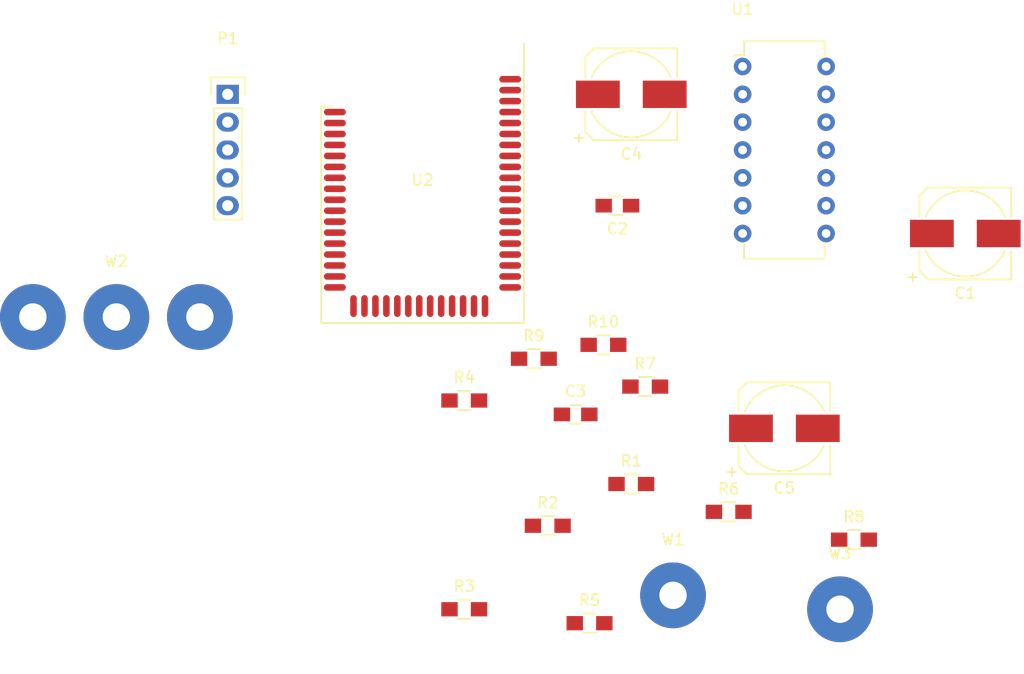
<source format=kicad_pcb>
(kicad_pcb (version 4) (host pcbnew 4.0.4-stable)

  (general
    (links 49)
    (no_connects 49)
    (area 0 0 0 0)
    (thickness 1.6)
    (drawings 0)
    (tracks 0)
    (zones 0)
    (modules 21)
    (nets 53)
  )

  (page A4)
  (layers
    (0 F.Cu signal)
    (31 B.Cu signal)
    (32 B.Adhes user)
    (33 F.Adhes user)
    (34 B.Paste user)
    (35 F.Paste user)
    (36 B.SilkS user)
    (37 F.SilkS user)
    (38 B.Mask user)
    (39 F.Mask user)
    (40 Dwgs.User user)
    (41 Cmts.User user)
    (42 Eco1.User user)
    (43 Eco2.User user)
    (44 Edge.Cuts user)
    (45 Margin user)
    (46 B.CrtYd user)
    (47 F.CrtYd user)
    (48 B.Fab user)
    (49 F.Fab user)
  )

  (setup
    (last_trace_width 0.25)
    (trace_clearance 0.25)
    (zone_clearance 0.508)
    (zone_45_only no)
    (trace_min 0.25)
    (segment_width 0.2)
    (edge_width 0.15)
    (via_size 0.6)
    (via_drill 0.4)
    (via_min_size 0.4)
    (via_min_drill 0.3)
    (uvia_size 0.3)
    (uvia_drill 0.1)
    (uvias_allowed no)
    (uvia_min_size 0.2)
    (uvia_min_drill 0.1)
    (pcb_text_width 0.3)
    (pcb_text_size 1.5 1.5)
    (mod_edge_width 0.15)
    (mod_text_size 1 1)
    (mod_text_width 0.15)
    (pad_size 1.524 1.524)
    (pad_drill 0.762)
    (pad_to_mask_clearance 0.2)
    (aux_axis_origin 0 0)
    (visible_elements FFFFFF7F)
    (pcbplotparams
      (layerselection 0x00030_80000001)
      (usegerberextensions false)
      (excludeedgelayer true)
      (linewidth 0.100000)
      (plotframeref false)
      (viasonmask false)
      (mode 1)
      (useauxorigin false)
      (hpglpennumber 1)
      (hpglpenspeed 20)
      (hpglpendiameter 15)
      (hpglpenoverlay 2)
      (psnegative false)
      (psa4output false)
      (plotreference true)
      (plotvalue true)
      (plotinvisibletext false)
      (padsonsilk false)
      (subtractmaskfromsilk false)
      (outputformat 1)
      (mirror false)
      (drillshape 1)
      (scaleselection 1)
      (outputdirectory ""))
  )

  (net 0 "")
  (net 1 VCC)
  (net 2 GNDD)
  (net 3 "Net-(C2-Pad1)")
  (net 4 GNDA)
  (net 5 "Net-(C4-Pad1)")
  (net 6 "Net-(C4-Pad2)")
  (net 7 "Net-(C5-Pad1)")
  (net 8 "Net-(C5-Pad2)")
  (net 9 "Net-(P1-Pad1)")
  (net 10 "Net-(P1-Pad2)")
  (net 11 "Net-(P1-Pad3)")
  (net 12 "Net-(R1-Pad1)")
  (net 13 "Net-(R1-Pad2)")
  (net 14 "Net-(R10-Pad2)")
  (net 15 "Net-(R2-Pad2)")
  (net 16 "Net-(R3-Pad1)")
  (net 17 "Net-(R3-Pad2)")
  (net 18 "Net-(R4-Pad1)")
  (net 19 "Net-(R4-Pad2)")
  (net 20 VCOM)
  (net 21 "Net-(U2-Pad24)")
  (net 22 "Net-(U2-Pad5)")
  (net 23 "Net-(U2-Pad6)")
  (net 24 "Net-(U2-Pad7)")
  (net 25 "Net-(U2-Pad8)")
  (net 26 "Net-(U2-Pad9)")
  (net 27 "Net-(U2-Pad10)")
  (net 28 "Net-(U2-Pad11)")
  (net 29 "Net-(U2-Pad12)")
  (net 30 "Net-(U2-Pad13)")
  (net 31 "Net-(U2-Pad14)")
  (net 32 "Net-(U2-Pad20)")
  (net 33 "Net-(U2-Pad21)")
  (net 34 "Net-(U2-Pad22)")
  (net 35 "Net-(U2-Pad23)")
  (net 36 "Net-(U2-Pad25)")
  (net 37 "Net-(U2-Pad26)")
  (net 38 "Net-(U2-Pad27)")
  (net 39 "Net-(U2-Pad28)")
  (net 40 "Net-(U2-Pad29)")
  (net 41 "Net-(U2-Pad30)")
  (net 42 "Net-(U2-Pad32)")
  (net 43 "Net-(U2-Pad33)")
  (net 44 "Net-(U2-Pad34)")
  (net 45 "Net-(U2-Pad35)")
  (net 46 "Net-(U2-Pad36)")
  (net 47 "Net-(U2-Pad38)")
  (net 48 "Net-(U2-Pad40)")
  (net 49 "Net-(U2-Pad41)")
  (net 50 "Net-(U2-Pad42)")
  (net 51 "Net-(U2-Pad44)")
  (net 52 "Net-(U2-Pad45)")

  (net_class Default "This is the default net class."
    (clearance 0.25)
    (trace_width 0.25)
    (via_dia 0.6)
    (via_drill 0.4)
    (uvia_dia 0.3)
    (uvia_drill 0.1)
    (add_net GNDA)
    (add_net GNDD)
    (add_net "Net-(C2-Pad1)")
    (add_net "Net-(C4-Pad1)")
    (add_net "Net-(C4-Pad2)")
    (add_net "Net-(C5-Pad1)")
    (add_net "Net-(C5-Pad2)")
    (add_net "Net-(P1-Pad1)")
    (add_net "Net-(P1-Pad2)")
    (add_net "Net-(P1-Pad3)")
    (add_net "Net-(R1-Pad1)")
    (add_net "Net-(R1-Pad2)")
    (add_net "Net-(R10-Pad2)")
    (add_net "Net-(R2-Pad2)")
    (add_net "Net-(R3-Pad1)")
    (add_net "Net-(R3-Pad2)")
    (add_net "Net-(R4-Pad1)")
    (add_net "Net-(R4-Pad2)")
    (add_net "Net-(U2-Pad10)")
    (add_net "Net-(U2-Pad11)")
    (add_net "Net-(U2-Pad12)")
    (add_net "Net-(U2-Pad13)")
    (add_net "Net-(U2-Pad14)")
    (add_net "Net-(U2-Pad20)")
    (add_net "Net-(U2-Pad21)")
    (add_net "Net-(U2-Pad22)")
    (add_net "Net-(U2-Pad23)")
    (add_net "Net-(U2-Pad24)")
    (add_net "Net-(U2-Pad25)")
    (add_net "Net-(U2-Pad26)")
    (add_net "Net-(U2-Pad27)")
    (add_net "Net-(U2-Pad28)")
    (add_net "Net-(U2-Pad29)")
    (add_net "Net-(U2-Pad30)")
    (add_net "Net-(U2-Pad32)")
    (add_net "Net-(U2-Pad33)")
    (add_net "Net-(U2-Pad34)")
    (add_net "Net-(U2-Pad35)")
    (add_net "Net-(U2-Pad36)")
    (add_net "Net-(U2-Pad38)")
    (add_net "Net-(U2-Pad40)")
    (add_net "Net-(U2-Pad41)")
    (add_net "Net-(U2-Pad42)")
    (add_net "Net-(U2-Pad44)")
    (add_net "Net-(U2-Pad45)")
    (add_net "Net-(U2-Pad5)")
    (add_net "Net-(U2-Pad6)")
    (add_net "Net-(U2-Pad7)")
    (add_net "Net-(U2-Pad8)")
    (add_net "Net-(U2-Pad9)")
    (add_net VCC)
    (add_net VCOM)
  )

  (module Capacitors_SMD:c_elec_8x6.5 (layer F.Cu) (tedit 57FA4865) (tstamp 584089A6)
    (at 193.04 81.28)
    (descr "SMT capacitor, aluminium electrolytic, 8x6.5")
    (path /58403647)
    (attr smd)
    (fp_text reference C1 (at 0 5.4483) (layer F.SilkS)
      (effects (font (size 1 1) (thickness 0.15)))
    )
    (fp_text value 470u (at 0 -5.4483) (layer F.Fab)
      (effects (font (size 1 1) (thickness 0.15)))
    )
    (fp_line (start -4.191 -3.429) (end -4.191 -1.5621) (layer F.SilkS) (width 0.15))
    (fp_line (start -4.191 3.429) (end -4.191 1.5621) (layer F.SilkS) (width 0.15))
    (fp_line (start 4.191 4.191) (end 4.191 1.5621) (layer F.SilkS) (width 0.15))
    (fp_line (start 4.191 -4.191) (end 4.191 -1.5621) (layer F.SilkS) (width 0.15))
    (fp_arc (start 0 0) (end 3.6068 1.5621) (angle 133.1652632) (layer F.SilkS) (width 0.15))
    (fp_arc (start 0 0) (end -3.6068 -1.5621) (angle 133.1652632) (layer F.SilkS) (width 0.15))
    (fp_line (start 4.0386 4.0386) (end 4.0386 -4.0386) (layer F.Fab) (width 0.15))
    (fp_line (start -3.3655 4.0386) (end 4.0386 4.0386) (layer F.Fab) (width 0.15))
    (fp_line (start -4.0386 3.3655) (end -3.3655 4.0386) (layer F.Fab) (width 0.15))
    (fp_line (start -4.0386 -3.3655) (end -4.0386 3.3655) (layer F.Fab) (width 0.15))
    (fp_line (start -3.3655 -4.0386) (end -4.0386 -3.3655) (layer F.Fab) (width 0.15))
    (fp_line (start 4.0386 -4.0386) (end -3.3655 -4.0386) (layer F.Fab) (width 0.15))
    (fp_text user + (at -1.9431 -0.0635) (layer F.Fab)
      (effects (font (size 1 1) (thickness 0.15)))
    )
    (fp_text user + (at -4.7879 3.9116) (layer F.SilkS)
      (effects (font (size 1 1) (thickness 0.15)))
    )
    (fp_line (start 5.35 -4.55) (end -5.35 -4.55) (layer F.CrtYd) (width 0.05))
    (fp_line (start -5.35 -4.55) (end -5.35 4.55) (layer F.CrtYd) (width 0.05))
    (fp_line (start -5.35 4.55) (end 5.35 4.55) (layer F.CrtYd) (width 0.05))
    (fp_line (start 5.35 4.55) (end 5.35 -4.55) (layer F.CrtYd) (width 0.05))
    (fp_line (start 4.191 4.191) (end -3.429 4.191) (layer F.SilkS) (width 0.15))
    (fp_line (start -3.429 4.191) (end -4.191 3.429) (layer F.SilkS) (width 0.15))
    (fp_line (start -4.191 -3.429) (end -3.429 -4.191) (layer F.SilkS) (width 0.15))
    (fp_line (start -3.429 -4.191) (end 4.191 -4.191) (layer F.SilkS) (width 0.15))
    (pad 1 smd rect (at -3.05 0 180) (size 4 2.5) (layers F.Cu F.Paste F.Mask)
      (net 1 VCC))
    (pad 2 smd rect (at 3.05 0 180) (size 4 2.5) (layers F.Cu F.Paste F.Mask)
      (net 2 GNDD))
    (model Capacitors_SMD.3dshapes/c_elec_8x6.5.wrl
      (at (xyz 0 0 0))
      (scale (xyz 1 1 1))
      (rotate (xyz 0 0 180))
    )
  )

  (module Capacitors_SMD:C_0805_HandSoldering (layer F.Cu) (tedit 541A9B8D) (tstamp 584089B6)
    (at 161.29 78.74 180)
    (descr "Capacitor SMD 0805, hand soldering")
    (tags "capacitor 0805")
    (path /58404AC9)
    (attr smd)
    (fp_text reference C2 (at 0 -2.1 180) (layer F.SilkS)
      (effects (font (size 1 1) (thickness 0.15)))
    )
    (fp_text value 2u2 (at 0 2.1 180) (layer F.Fab)
      (effects (font (size 1 1) (thickness 0.15)))
    )
    (fp_line (start -1 0.625) (end -1 -0.625) (layer F.Fab) (width 0.15))
    (fp_line (start 1 0.625) (end -1 0.625) (layer F.Fab) (width 0.15))
    (fp_line (start 1 -0.625) (end 1 0.625) (layer F.Fab) (width 0.15))
    (fp_line (start -1 -0.625) (end 1 -0.625) (layer F.Fab) (width 0.15))
    (fp_line (start -2.3 -1) (end 2.3 -1) (layer F.CrtYd) (width 0.05))
    (fp_line (start -2.3 1) (end 2.3 1) (layer F.CrtYd) (width 0.05))
    (fp_line (start -2.3 -1) (end -2.3 1) (layer F.CrtYd) (width 0.05))
    (fp_line (start 2.3 -1) (end 2.3 1) (layer F.CrtYd) (width 0.05))
    (fp_line (start 0.5 -0.85) (end -0.5 -0.85) (layer F.SilkS) (width 0.15))
    (fp_line (start -0.5 0.85) (end 0.5 0.85) (layer F.SilkS) (width 0.15))
    (pad 1 smd rect (at -1.25 0 180) (size 1.5 1.25) (layers F.Cu F.Paste F.Mask)
      (net 3 "Net-(C2-Pad1)"))
    (pad 2 smd rect (at 1.25 0 180) (size 1.5 1.25) (layers F.Cu F.Paste F.Mask)
      (net 4 GNDA))
    (model Capacitors_SMD.3dshapes/C_0805_HandSoldering.wrl
      (at (xyz 0 0 0))
      (scale (xyz 1 1 1))
      (rotate (xyz 0 0 0))
    )
  )

  (module Capacitors_SMD:C_0805_HandSoldering (layer F.Cu) (tedit 541A9B8D) (tstamp 584089C6)
    (at 157.48 97.79)
    (descr "Capacitor SMD 0805, hand soldering")
    (tags "capacitor 0805")
    (path /58404B57)
    (attr smd)
    (fp_text reference C3 (at 0 -2.1) (layer F.SilkS)
      (effects (font (size 1 1) (thickness 0.15)))
    )
    (fp_text value 2u2 (at 0 2.1) (layer F.Fab)
      (effects (font (size 1 1) (thickness 0.15)))
    )
    (fp_line (start -1 0.625) (end -1 -0.625) (layer F.Fab) (width 0.15))
    (fp_line (start 1 0.625) (end -1 0.625) (layer F.Fab) (width 0.15))
    (fp_line (start 1 -0.625) (end 1 0.625) (layer F.Fab) (width 0.15))
    (fp_line (start -1 -0.625) (end 1 -0.625) (layer F.Fab) (width 0.15))
    (fp_line (start -2.3 -1) (end 2.3 -1) (layer F.CrtYd) (width 0.05))
    (fp_line (start -2.3 1) (end 2.3 1) (layer F.CrtYd) (width 0.05))
    (fp_line (start -2.3 -1) (end -2.3 1) (layer F.CrtYd) (width 0.05))
    (fp_line (start 2.3 -1) (end 2.3 1) (layer F.CrtYd) (width 0.05))
    (fp_line (start 0.5 -0.85) (end -0.5 -0.85) (layer F.SilkS) (width 0.15))
    (fp_line (start -0.5 0.85) (end 0.5 0.85) (layer F.SilkS) (width 0.15))
    (pad 1 smd rect (at -1.25 0) (size 1.5 1.25) (layers F.Cu F.Paste F.Mask)
      (net 4 GNDA))
    (pad 2 smd rect (at 1.25 0) (size 1.5 1.25) (layers F.Cu F.Paste F.Mask)
      (net 1 VCC))
    (model Capacitors_SMD.3dshapes/C_0805_HandSoldering.wrl
      (at (xyz 0 0 0))
      (scale (xyz 1 1 1))
      (rotate (xyz 0 0 0))
    )
  )

  (module Capacitors_SMD:c_elec_8x6.5 (layer F.Cu) (tedit 57FA4865) (tstamp 584089E2)
    (at 162.56 68.58)
    (descr "SMT capacitor, aluminium electrolytic, 8x6.5")
    (path /5840019C)
    (attr smd)
    (fp_text reference C4 (at 0 5.4483) (layer F.SilkS)
      (effects (font (size 1 1) (thickness 0.15)))
    )
    (fp_text value 470u (at 0 -5.4483) (layer F.Fab)
      (effects (font (size 1 1) (thickness 0.15)))
    )
    (fp_line (start -4.191 -3.429) (end -4.191 -1.5621) (layer F.SilkS) (width 0.15))
    (fp_line (start -4.191 3.429) (end -4.191 1.5621) (layer F.SilkS) (width 0.15))
    (fp_line (start 4.191 4.191) (end 4.191 1.5621) (layer F.SilkS) (width 0.15))
    (fp_line (start 4.191 -4.191) (end 4.191 -1.5621) (layer F.SilkS) (width 0.15))
    (fp_arc (start 0 0) (end 3.6068 1.5621) (angle 133.1652632) (layer F.SilkS) (width 0.15))
    (fp_arc (start 0 0) (end -3.6068 -1.5621) (angle 133.1652632) (layer F.SilkS) (width 0.15))
    (fp_line (start 4.0386 4.0386) (end 4.0386 -4.0386) (layer F.Fab) (width 0.15))
    (fp_line (start -3.3655 4.0386) (end 4.0386 4.0386) (layer F.Fab) (width 0.15))
    (fp_line (start -4.0386 3.3655) (end -3.3655 4.0386) (layer F.Fab) (width 0.15))
    (fp_line (start -4.0386 -3.3655) (end -4.0386 3.3655) (layer F.Fab) (width 0.15))
    (fp_line (start -3.3655 -4.0386) (end -4.0386 -3.3655) (layer F.Fab) (width 0.15))
    (fp_line (start 4.0386 -4.0386) (end -3.3655 -4.0386) (layer F.Fab) (width 0.15))
    (fp_text user + (at -1.9431 -0.0635) (layer F.Fab)
      (effects (font (size 1 1) (thickness 0.15)))
    )
    (fp_text user + (at -4.7879 3.9116) (layer F.SilkS)
      (effects (font (size 1 1) (thickness 0.15)))
    )
    (fp_line (start 5.35 -4.55) (end -5.35 -4.55) (layer F.CrtYd) (width 0.05))
    (fp_line (start -5.35 -4.55) (end -5.35 4.55) (layer F.CrtYd) (width 0.05))
    (fp_line (start -5.35 4.55) (end 5.35 4.55) (layer F.CrtYd) (width 0.05))
    (fp_line (start 5.35 4.55) (end 5.35 -4.55) (layer F.CrtYd) (width 0.05))
    (fp_line (start 4.191 4.191) (end -3.429 4.191) (layer F.SilkS) (width 0.15))
    (fp_line (start -3.429 4.191) (end -4.191 3.429) (layer F.SilkS) (width 0.15))
    (fp_line (start -4.191 -3.429) (end -3.429 -4.191) (layer F.SilkS) (width 0.15))
    (fp_line (start -3.429 -4.191) (end 4.191 -4.191) (layer F.SilkS) (width 0.15))
    (pad 1 smd rect (at -3.05 0 180) (size 4 2.5) (layers F.Cu F.Paste F.Mask)
      (net 5 "Net-(C4-Pad1)"))
    (pad 2 smd rect (at 3.05 0 180) (size 4 2.5) (layers F.Cu F.Paste F.Mask)
      (net 6 "Net-(C4-Pad2)"))
    (model Capacitors_SMD.3dshapes/c_elec_8x6.5.wrl
      (at (xyz 0 0 0))
      (scale (xyz 1 1 1))
      (rotate (xyz 0 0 180))
    )
  )

  (module Capacitors_SMD:c_elec_8x6.5 (layer F.Cu) (tedit 57FA4865) (tstamp 584089FE)
    (at 176.53 99.06)
    (descr "SMT capacitor, aluminium electrolytic, 8x6.5")
    (path /58400100)
    (attr smd)
    (fp_text reference C5 (at 0 5.4483) (layer F.SilkS)
      (effects (font (size 1 1) (thickness 0.15)))
    )
    (fp_text value 470u (at 0 -5.4483) (layer F.Fab)
      (effects (font (size 1 1) (thickness 0.15)))
    )
    (fp_line (start -4.191 -3.429) (end -4.191 -1.5621) (layer F.SilkS) (width 0.15))
    (fp_line (start -4.191 3.429) (end -4.191 1.5621) (layer F.SilkS) (width 0.15))
    (fp_line (start 4.191 4.191) (end 4.191 1.5621) (layer F.SilkS) (width 0.15))
    (fp_line (start 4.191 -4.191) (end 4.191 -1.5621) (layer F.SilkS) (width 0.15))
    (fp_arc (start 0 0) (end 3.6068 1.5621) (angle 133.1652632) (layer F.SilkS) (width 0.15))
    (fp_arc (start 0 0) (end -3.6068 -1.5621) (angle 133.1652632) (layer F.SilkS) (width 0.15))
    (fp_line (start 4.0386 4.0386) (end 4.0386 -4.0386) (layer F.Fab) (width 0.15))
    (fp_line (start -3.3655 4.0386) (end 4.0386 4.0386) (layer F.Fab) (width 0.15))
    (fp_line (start -4.0386 3.3655) (end -3.3655 4.0386) (layer F.Fab) (width 0.15))
    (fp_line (start -4.0386 -3.3655) (end -4.0386 3.3655) (layer F.Fab) (width 0.15))
    (fp_line (start -3.3655 -4.0386) (end -4.0386 -3.3655) (layer F.Fab) (width 0.15))
    (fp_line (start 4.0386 -4.0386) (end -3.3655 -4.0386) (layer F.Fab) (width 0.15))
    (fp_text user + (at -1.9431 -0.0635) (layer F.Fab)
      (effects (font (size 1 1) (thickness 0.15)))
    )
    (fp_text user + (at -4.7879 3.9116) (layer F.SilkS)
      (effects (font (size 1 1) (thickness 0.15)))
    )
    (fp_line (start 5.35 -4.55) (end -5.35 -4.55) (layer F.CrtYd) (width 0.05))
    (fp_line (start -5.35 -4.55) (end -5.35 4.55) (layer F.CrtYd) (width 0.05))
    (fp_line (start -5.35 4.55) (end 5.35 4.55) (layer F.CrtYd) (width 0.05))
    (fp_line (start 5.35 4.55) (end 5.35 -4.55) (layer F.CrtYd) (width 0.05))
    (fp_line (start 4.191 4.191) (end -3.429 4.191) (layer F.SilkS) (width 0.15))
    (fp_line (start -3.429 4.191) (end -4.191 3.429) (layer F.SilkS) (width 0.15))
    (fp_line (start -4.191 -3.429) (end -3.429 -4.191) (layer F.SilkS) (width 0.15))
    (fp_line (start -3.429 -4.191) (end 4.191 -4.191) (layer F.SilkS) (width 0.15))
    (pad 1 smd rect (at -3.05 0 180) (size 4 2.5) (layers F.Cu F.Paste F.Mask)
      (net 7 "Net-(C5-Pad1)"))
    (pad 2 smd rect (at 3.05 0 180) (size 4 2.5) (layers F.Cu F.Paste F.Mask)
      (net 8 "Net-(C5-Pad2)"))
    (model Capacitors_SMD.3dshapes/c_elec_8x6.5.wrl
      (at (xyz 0 0 0))
      (scale (xyz 1 1 1))
      (rotate (xyz 0 0 180))
    )
  )

  (module Pin_Headers:Pin_Header_Straight_1x05 (layer F.Cu) (tedit 54EA0684) (tstamp 58408A12)
    (at 125.73 68.58)
    (descr "Through hole pin header")
    (tags "pin header")
    (path /583FF852)
    (fp_text reference P1 (at 0 -5.1) (layer F.SilkS)
      (effects (font (size 1 1) (thickness 0.15)))
    )
    (fp_text value CONN_01X05 (at 0 -3.1) (layer F.Fab)
      (effects (font (size 1 1) (thickness 0.15)))
    )
    (fp_line (start -1.55 0) (end -1.55 -1.55) (layer F.SilkS) (width 0.15))
    (fp_line (start -1.55 -1.55) (end 1.55 -1.55) (layer F.SilkS) (width 0.15))
    (fp_line (start 1.55 -1.55) (end 1.55 0) (layer F.SilkS) (width 0.15))
    (fp_line (start -1.75 -1.75) (end -1.75 11.95) (layer F.CrtYd) (width 0.05))
    (fp_line (start 1.75 -1.75) (end 1.75 11.95) (layer F.CrtYd) (width 0.05))
    (fp_line (start -1.75 -1.75) (end 1.75 -1.75) (layer F.CrtYd) (width 0.05))
    (fp_line (start -1.75 11.95) (end 1.75 11.95) (layer F.CrtYd) (width 0.05))
    (fp_line (start 1.27 1.27) (end 1.27 11.43) (layer F.SilkS) (width 0.15))
    (fp_line (start 1.27 11.43) (end -1.27 11.43) (layer F.SilkS) (width 0.15))
    (fp_line (start -1.27 11.43) (end -1.27 1.27) (layer F.SilkS) (width 0.15))
    (fp_line (start 1.27 1.27) (end -1.27 1.27) (layer F.SilkS) (width 0.15))
    (pad 1 thru_hole rect (at 0 0) (size 2.032 1.7272) (drill 1.016) (layers *.Cu *.Mask)
      (net 9 "Net-(P1-Pad1)"))
    (pad 2 thru_hole oval (at 0 2.54) (size 2.032 1.7272) (drill 1.016) (layers *.Cu *.Mask)
      (net 10 "Net-(P1-Pad2)"))
    (pad 3 thru_hole oval (at 0 5.08) (size 2.032 1.7272) (drill 1.016) (layers *.Cu *.Mask)
      (net 11 "Net-(P1-Pad3)"))
    (pad 4 thru_hole oval (at 0 7.62) (size 2.032 1.7272) (drill 1.016) (layers *.Cu *.Mask)
      (net 1 VCC))
    (pad 5 thru_hole oval (at 0 10.16) (size 2.032 1.7272) (drill 1.016) (layers *.Cu *.Mask)
      (net 2 GNDD))
    (model Pin_Headers.3dshapes/Pin_Header_Straight_1x05.wrl
      (at (xyz 0 -0.2 0))
      (scale (xyz 1 1 1))
      (rotate (xyz 0 0 90))
    )
  )

  (module Resistors_SMD:R_0805_HandSoldering (layer F.Cu) (tedit 58307B90) (tstamp 58408A22)
    (at 162.56 104.14)
    (descr "Resistor SMD 0805, hand soldering")
    (tags "resistor 0805")
    (path /583FFD24)
    (attr smd)
    (fp_text reference R1 (at 0 -2.1) (layer F.SilkS)
      (effects (font (size 1 1) (thickness 0.15)))
    )
    (fp_text value "10k 0.1%" (at 0 2.1) (layer F.Fab)
      (effects (font (size 1 1) (thickness 0.15)))
    )
    (fp_line (start -1 0.625) (end -1 -0.625) (layer F.Fab) (width 0.1))
    (fp_line (start 1 0.625) (end -1 0.625) (layer F.Fab) (width 0.1))
    (fp_line (start 1 -0.625) (end 1 0.625) (layer F.Fab) (width 0.1))
    (fp_line (start -1 -0.625) (end 1 -0.625) (layer F.Fab) (width 0.1))
    (fp_line (start -2.4 -1) (end 2.4 -1) (layer F.CrtYd) (width 0.05))
    (fp_line (start -2.4 1) (end 2.4 1) (layer F.CrtYd) (width 0.05))
    (fp_line (start -2.4 -1) (end -2.4 1) (layer F.CrtYd) (width 0.05))
    (fp_line (start 2.4 -1) (end 2.4 1) (layer F.CrtYd) (width 0.05))
    (fp_line (start 0.6 0.875) (end -0.6 0.875) (layer F.SilkS) (width 0.15))
    (fp_line (start -0.6 -0.875) (end 0.6 -0.875) (layer F.SilkS) (width 0.15))
    (pad 1 smd rect (at -1.35 0) (size 1.5 1.3) (layers F.Cu F.Paste F.Mask)
      (net 12 "Net-(R1-Pad1)"))
    (pad 2 smd rect (at 1.35 0) (size 1.5 1.3) (layers F.Cu F.Paste F.Mask)
      (net 13 "Net-(R1-Pad2)"))
    (model Resistors_SMD.3dshapes/R_0805_HandSoldering.wrl
      (at (xyz 0 0 0))
      (scale (xyz 1 1 1))
      (rotate (xyz 0 0 0))
    )
  )

  (module Resistors_SMD:R_0805_HandSoldering (layer F.Cu) (tedit 58307B90) (tstamp 58408A32)
    (at 154.94 107.95)
    (descr "Resistor SMD 0805, hand soldering")
    (tags "resistor 0805")
    (path /583FFE6B)
    (attr smd)
    (fp_text reference R2 (at 0 -2.1) (layer F.SilkS)
      (effects (font (size 1 1) (thickness 0.15)))
    )
    (fp_text value "10k 0.1%" (at 0 2.1) (layer F.Fab)
      (effects (font (size 1 1) (thickness 0.15)))
    )
    (fp_line (start -1 0.625) (end -1 -0.625) (layer F.Fab) (width 0.1))
    (fp_line (start 1 0.625) (end -1 0.625) (layer F.Fab) (width 0.1))
    (fp_line (start 1 -0.625) (end 1 0.625) (layer F.Fab) (width 0.1))
    (fp_line (start -1 -0.625) (end 1 -0.625) (layer F.Fab) (width 0.1))
    (fp_line (start -2.4 -1) (end 2.4 -1) (layer F.CrtYd) (width 0.05))
    (fp_line (start -2.4 1) (end 2.4 1) (layer F.CrtYd) (width 0.05))
    (fp_line (start -2.4 -1) (end -2.4 1) (layer F.CrtYd) (width 0.05))
    (fp_line (start 2.4 -1) (end 2.4 1) (layer F.CrtYd) (width 0.05))
    (fp_line (start 0.6 0.875) (end -0.6 0.875) (layer F.SilkS) (width 0.15))
    (fp_line (start -0.6 -0.875) (end 0.6 -0.875) (layer F.SilkS) (width 0.15))
    (pad 1 smd rect (at -1.35 0) (size 1.5 1.3) (layers F.Cu F.Paste F.Mask)
      (net 14 "Net-(R10-Pad2)"))
    (pad 2 smd rect (at 1.35 0) (size 1.5 1.3) (layers F.Cu F.Paste F.Mask)
      (net 15 "Net-(R2-Pad2)"))
    (model Resistors_SMD.3dshapes/R_0805_HandSoldering.wrl
      (at (xyz 0 0 0))
      (scale (xyz 1 1 1))
      (rotate (xyz 0 0 0))
    )
  )

  (module Resistors_SMD:R_0805_HandSoldering (layer F.Cu) (tedit 58307B90) (tstamp 58408A42)
    (at 147.32 115.57)
    (descr "Resistor SMD 0805, hand soldering")
    (tags "resistor 0805")
    (path /583FFEB9)
    (attr smd)
    (fp_text reference R3 (at 0 -2.1) (layer F.SilkS)
      (effects (font (size 1 1) (thickness 0.15)))
    )
    (fp_text value "10k 0.1%" (at 0 2.1) (layer F.Fab)
      (effects (font (size 1 1) (thickness 0.15)))
    )
    (fp_line (start -1 0.625) (end -1 -0.625) (layer F.Fab) (width 0.1))
    (fp_line (start 1 0.625) (end -1 0.625) (layer F.Fab) (width 0.1))
    (fp_line (start 1 -0.625) (end 1 0.625) (layer F.Fab) (width 0.1))
    (fp_line (start -1 -0.625) (end 1 -0.625) (layer F.Fab) (width 0.1))
    (fp_line (start -2.4 -1) (end 2.4 -1) (layer F.CrtYd) (width 0.05))
    (fp_line (start -2.4 1) (end 2.4 1) (layer F.CrtYd) (width 0.05))
    (fp_line (start -2.4 -1) (end -2.4 1) (layer F.CrtYd) (width 0.05))
    (fp_line (start 2.4 -1) (end 2.4 1) (layer F.CrtYd) (width 0.05))
    (fp_line (start 0.6 0.875) (end -0.6 0.875) (layer F.SilkS) (width 0.15))
    (fp_line (start -0.6 -0.875) (end 0.6 -0.875) (layer F.SilkS) (width 0.15))
    (pad 1 smd rect (at -1.35 0) (size 1.5 1.3) (layers F.Cu F.Paste F.Mask)
      (net 16 "Net-(R3-Pad1)"))
    (pad 2 smd rect (at 1.35 0) (size 1.5 1.3) (layers F.Cu F.Paste F.Mask)
      (net 17 "Net-(R3-Pad2)"))
    (model Resistors_SMD.3dshapes/R_0805_HandSoldering.wrl
      (at (xyz 0 0 0))
      (scale (xyz 1 1 1))
      (rotate (xyz 0 0 0))
    )
  )

  (module Resistors_SMD:R_0805_HandSoldering (layer F.Cu) (tedit 58307B90) (tstamp 58408A52)
    (at 147.32 96.52)
    (descr "Resistor SMD 0805, hand soldering")
    (tags "resistor 0805")
    (path /5840005B)
    (attr smd)
    (fp_text reference R4 (at 0 -2.1) (layer F.SilkS)
      (effects (font (size 1 1) (thickness 0.15)))
    )
    (fp_text value "10k 0.1%" (at 0 2.1) (layer F.Fab)
      (effects (font (size 1 1) (thickness 0.15)))
    )
    (fp_line (start -1 0.625) (end -1 -0.625) (layer F.Fab) (width 0.1))
    (fp_line (start 1 0.625) (end -1 0.625) (layer F.Fab) (width 0.1))
    (fp_line (start 1 -0.625) (end 1 0.625) (layer F.Fab) (width 0.1))
    (fp_line (start -1 -0.625) (end 1 -0.625) (layer F.Fab) (width 0.1))
    (fp_line (start -2.4 -1) (end 2.4 -1) (layer F.CrtYd) (width 0.05))
    (fp_line (start -2.4 1) (end 2.4 1) (layer F.CrtYd) (width 0.05))
    (fp_line (start -2.4 -1) (end -2.4 1) (layer F.CrtYd) (width 0.05))
    (fp_line (start 2.4 -1) (end 2.4 1) (layer F.CrtYd) (width 0.05))
    (fp_line (start 0.6 0.875) (end -0.6 0.875) (layer F.SilkS) (width 0.15))
    (fp_line (start -0.6 -0.875) (end 0.6 -0.875) (layer F.SilkS) (width 0.15))
    (pad 1 smd rect (at -1.35 0) (size 1.5 1.3) (layers F.Cu F.Paste F.Mask)
      (net 18 "Net-(R4-Pad1)"))
    (pad 2 smd rect (at 1.35 0) (size 1.5 1.3) (layers F.Cu F.Paste F.Mask)
      (net 19 "Net-(R4-Pad2)"))
    (model Resistors_SMD.3dshapes/R_0805_HandSoldering.wrl
      (at (xyz 0 0 0))
      (scale (xyz 1 1 1))
      (rotate (xyz 0 0 0))
    )
  )

  (module Resistors_SMD:R_0805_HandSoldering (layer F.Cu) (tedit 58307B90) (tstamp 58408A62)
    (at 158.75 116.84)
    (descr "Resistor SMD 0805, hand soldering")
    (tags "resistor 0805")
    (path /584049FF)
    (attr smd)
    (fp_text reference R5 (at 0 -2.1) (layer F.SilkS)
      (effects (font (size 1 1) (thickness 0.15)))
    )
    (fp_text value "10k 0.1%" (at 0 2.1) (layer F.Fab)
      (effects (font (size 1 1) (thickness 0.15)))
    )
    (fp_line (start -1 0.625) (end -1 -0.625) (layer F.Fab) (width 0.1))
    (fp_line (start 1 0.625) (end -1 0.625) (layer F.Fab) (width 0.1))
    (fp_line (start 1 -0.625) (end 1 0.625) (layer F.Fab) (width 0.1))
    (fp_line (start -1 -0.625) (end 1 -0.625) (layer F.Fab) (width 0.1))
    (fp_line (start -2.4 -1) (end 2.4 -1) (layer F.CrtYd) (width 0.05))
    (fp_line (start -2.4 1) (end 2.4 1) (layer F.CrtYd) (width 0.05))
    (fp_line (start -2.4 -1) (end -2.4 1) (layer F.CrtYd) (width 0.05))
    (fp_line (start 2.4 -1) (end 2.4 1) (layer F.CrtYd) (width 0.05))
    (fp_line (start 0.6 0.875) (end -0.6 0.875) (layer F.SilkS) (width 0.15))
    (fp_line (start -0.6 -0.875) (end 0.6 -0.875) (layer F.SilkS) (width 0.15))
    (pad 1 smd rect (at -1.35 0) (size 1.5 1.3) (layers F.Cu F.Paste F.Mask)
      (net 1 VCC))
    (pad 2 smd rect (at 1.35 0) (size 1.5 1.3) (layers F.Cu F.Paste F.Mask)
      (net 3 "Net-(C2-Pad1)"))
    (model Resistors_SMD.3dshapes/R_0805_HandSoldering.wrl
      (at (xyz 0 0 0))
      (scale (xyz 1 1 1))
      (rotate (xyz 0 0 0))
    )
  )

  (module Resistors_SMD:R_0805_HandSoldering (layer F.Cu) (tedit 58307B90) (tstamp 58408A72)
    (at 171.45 106.68)
    (descr "Resistor SMD 0805, hand soldering")
    (tags "resistor 0805")
    (path /58404A7F)
    (attr smd)
    (fp_text reference R6 (at 0 -2.1) (layer F.SilkS)
      (effects (font (size 1 1) (thickness 0.15)))
    )
    (fp_text value "10k 0.1%" (at 0 2.1) (layer F.Fab)
      (effects (font (size 1 1) (thickness 0.15)))
    )
    (fp_line (start -1 0.625) (end -1 -0.625) (layer F.Fab) (width 0.1))
    (fp_line (start 1 0.625) (end -1 0.625) (layer F.Fab) (width 0.1))
    (fp_line (start 1 -0.625) (end 1 0.625) (layer F.Fab) (width 0.1))
    (fp_line (start -1 -0.625) (end 1 -0.625) (layer F.Fab) (width 0.1))
    (fp_line (start -2.4 -1) (end 2.4 -1) (layer F.CrtYd) (width 0.05))
    (fp_line (start -2.4 1) (end 2.4 1) (layer F.CrtYd) (width 0.05))
    (fp_line (start -2.4 -1) (end -2.4 1) (layer F.CrtYd) (width 0.05))
    (fp_line (start 2.4 -1) (end 2.4 1) (layer F.CrtYd) (width 0.05))
    (fp_line (start 0.6 0.875) (end -0.6 0.875) (layer F.SilkS) (width 0.15))
    (fp_line (start -0.6 -0.875) (end 0.6 -0.875) (layer F.SilkS) (width 0.15))
    (pad 1 smd rect (at -1.35 0) (size 1.5 1.3) (layers F.Cu F.Paste F.Mask)
      (net 3 "Net-(C2-Pad1)"))
    (pad 2 smd rect (at 1.35 0) (size 1.5 1.3) (layers F.Cu F.Paste F.Mask)
      (net 4 GNDA))
    (model Resistors_SMD.3dshapes/R_0805_HandSoldering.wrl
      (at (xyz 0 0 0))
      (scale (xyz 1 1 1))
      (rotate (xyz 0 0 0))
    )
  )

  (module Resistors_SMD:R_0805_HandSoldering (layer F.Cu) (tedit 58307B90) (tstamp 58408A82)
    (at 163.83 95.25)
    (descr "Resistor SMD 0805, hand soldering")
    (tags "resistor 0805")
    (path /584001FA)
    (attr smd)
    (fp_text reference R7 (at 0 -2.1) (layer F.SilkS)
      (effects (font (size 1 1) (thickness 0.15)))
    )
    (fp_text value "10k 0.1%" (at 0 2.1) (layer F.Fab)
      (effects (font (size 1 1) (thickness 0.15)))
    )
    (fp_line (start -1 0.625) (end -1 -0.625) (layer F.Fab) (width 0.1))
    (fp_line (start 1 0.625) (end -1 0.625) (layer F.Fab) (width 0.1))
    (fp_line (start 1 -0.625) (end 1 0.625) (layer F.Fab) (width 0.1))
    (fp_line (start -1 -0.625) (end 1 -0.625) (layer F.Fab) (width 0.1))
    (fp_line (start -2.4 -1) (end 2.4 -1) (layer F.CrtYd) (width 0.05))
    (fp_line (start -2.4 1) (end 2.4 1) (layer F.CrtYd) (width 0.05))
    (fp_line (start -2.4 -1) (end -2.4 1) (layer F.CrtYd) (width 0.05))
    (fp_line (start 2.4 -1) (end 2.4 1) (layer F.CrtYd) (width 0.05))
    (fp_line (start 0.6 0.875) (end -0.6 0.875) (layer F.SilkS) (width 0.15))
    (fp_line (start -0.6 -0.875) (end 0.6 -0.875) (layer F.SilkS) (width 0.15))
    (pad 1 smd rect (at -1.35 0) (size 1.5 1.3) (layers F.Cu F.Paste F.Mask)
      (net 12 "Net-(R1-Pad1)"))
    (pad 2 smd rect (at 1.35 0) (size 1.5 1.3) (layers F.Cu F.Paste F.Mask)
      (net 20 VCOM))
    (model Resistors_SMD.3dshapes/R_0805_HandSoldering.wrl
      (at (xyz 0 0 0))
      (scale (xyz 1 1 1))
      (rotate (xyz 0 0 0))
    )
  )

  (module Resistors_SMD:R_0805_HandSoldering (layer F.Cu) (tedit 58307B90) (tstamp 58408A92)
    (at 182.88 109.22)
    (descr "Resistor SMD 0805, hand soldering")
    (tags "resistor 0805")
    (path /5840028D)
    (attr smd)
    (fp_text reference R8 (at 0 -2.1) (layer F.SilkS)
      (effects (font (size 1 1) (thickness 0.15)))
    )
    (fp_text value "10k 0.1%" (at 0 2.1) (layer F.Fab)
      (effects (font (size 1 1) (thickness 0.15)))
    )
    (fp_line (start -1 0.625) (end -1 -0.625) (layer F.Fab) (width 0.1))
    (fp_line (start 1 0.625) (end -1 0.625) (layer F.Fab) (width 0.1))
    (fp_line (start 1 -0.625) (end 1 0.625) (layer F.Fab) (width 0.1))
    (fp_line (start -1 -0.625) (end 1 -0.625) (layer F.Fab) (width 0.1))
    (fp_line (start -2.4 -1) (end 2.4 -1) (layer F.CrtYd) (width 0.05))
    (fp_line (start -2.4 1) (end 2.4 1) (layer F.CrtYd) (width 0.05))
    (fp_line (start -2.4 -1) (end -2.4 1) (layer F.CrtYd) (width 0.05))
    (fp_line (start 2.4 -1) (end 2.4 1) (layer F.CrtYd) (width 0.05))
    (fp_line (start 0.6 0.875) (end -0.6 0.875) (layer F.SilkS) (width 0.15))
    (fp_line (start -0.6 -0.875) (end 0.6 -0.875) (layer F.SilkS) (width 0.15))
    (pad 1 smd rect (at -1.35 0) (size 1.5 1.3) (layers F.Cu F.Paste F.Mask)
      (net 16 "Net-(R3-Pad1)"))
    (pad 2 smd rect (at 1.35 0) (size 1.5 1.3) (layers F.Cu F.Paste F.Mask)
      (net 20 VCOM))
    (model Resistors_SMD.3dshapes/R_0805_HandSoldering.wrl
      (at (xyz 0 0 0))
      (scale (xyz 1 1 1))
      (rotate (xyz 0 0 0))
    )
  )

  (module Resistors_SMD:R_0805_HandSoldering (layer F.Cu) (tedit 58307B90) (tstamp 58408AA2)
    (at 153.67 92.71)
    (descr "Resistor SMD 0805, hand soldering")
    (tags "resistor 0805")
    (path /5840008D)
    (attr smd)
    (fp_text reference R9 (at 0 -2.1) (layer F.SilkS)
      (effects (font (size 1 1) (thickness 0.15)))
    )
    (fp_text value "10k 0.1%" (at 0 2.1) (layer F.Fab)
      (effects (font (size 1 1) (thickness 0.15)))
    )
    (fp_line (start -1 0.625) (end -1 -0.625) (layer F.Fab) (width 0.1))
    (fp_line (start 1 0.625) (end -1 0.625) (layer F.Fab) (width 0.1))
    (fp_line (start 1 -0.625) (end 1 0.625) (layer F.Fab) (width 0.1))
    (fp_line (start -1 -0.625) (end 1 -0.625) (layer F.Fab) (width 0.1))
    (fp_line (start -2.4 -1) (end 2.4 -1) (layer F.CrtYd) (width 0.05))
    (fp_line (start -2.4 1) (end 2.4 1) (layer F.CrtYd) (width 0.05))
    (fp_line (start -2.4 -1) (end -2.4 1) (layer F.CrtYd) (width 0.05))
    (fp_line (start 2.4 -1) (end 2.4 1) (layer F.CrtYd) (width 0.05))
    (fp_line (start 0.6 0.875) (end -0.6 0.875) (layer F.SilkS) (width 0.15))
    (fp_line (start -0.6 -0.875) (end 0.6 -0.875) (layer F.SilkS) (width 0.15))
    (pad 1 smd rect (at -1.35 0) (size 1.5 1.3) (layers F.Cu F.Paste F.Mask)
      (net 8 "Net-(C5-Pad2)"))
    (pad 2 smd rect (at 1.35 0) (size 1.5 1.3) (layers F.Cu F.Paste F.Mask)
      (net 18 "Net-(R4-Pad1)"))
    (model Resistors_SMD.3dshapes/R_0805_HandSoldering.wrl
      (at (xyz 0 0 0))
      (scale (xyz 1 1 1))
      (rotate (xyz 0 0 0))
    )
  )

  (module Resistors_SMD:R_0805_HandSoldering (layer F.Cu) (tedit 58307B90) (tstamp 58408AB2)
    (at 160.02 91.44)
    (descr "Resistor SMD 0805, hand soldering")
    (tags "resistor 0805")
    (path /584000CE)
    (attr smd)
    (fp_text reference R10 (at 0 -2.1) (layer F.SilkS)
      (effects (font (size 1 1) (thickness 0.15)))
    )
    (fp_text value "10k 0.1%" (at 0 2.1) (layer F.Fab)
      (effects (font (size 1 1) (thickness 0.15)))
    )
    (fp_line (start -1 0.625) (end -1 -0.625) (layer F.Fab) (width 0.1))
    (fp_line (start 1 0.625) (end -1 0.625) (layer F.Fab) (width 0.1))
    (fp_line (start 1 -0.625) (end 1 0.625) (layer F.Fab) (width 0.1))
    (fp_line (start -1 -0.625) (end 1 -0.625) (layer F.Fab) (width 0.1))
    (fp_line (start -2.4 -1) (end 2.4 -1) (layer F.CrtYd) (width 0.05))
    (fp_line (start -2.4 1) (end 2.4 1) (layer F.CrtYd) (width 0.05))
    (fp_line (start -2.4 -1) (end -2.4 1) (layer F.CrtYd) (width 0.05))
    (fp_line (start 2.4 -1) (end 2.4 1) (layer F.CrtYd) (width 0.05))
    (fp_line (start 0.6 0.875) (end -0.6 0.875) (layer F.SilkS) (width 0.15))
    (fp_line (start -0.6 -0.875) (end 0.6 -0.875) (layer F.SilkS) (width 0.15))
    (pad 1 smd rect (at -1.35 0) (size 1.5 1.3) (layers F.Cu F.Paste F.Mask)
      (net 6 "Net-(C4-Pad2)"))
    (pad 2 smd rect (at 1.35 0) (size 1.5 1.3) (layers F.Cu F.Paste F.Mask)
      (net 14 "Net-(R10-Pad2)"))
    (model Resistors_SMD.3dshapes/R_0805_HandSoldering.wrl
      (at (xyz 0 0 0))
      (scale (xyz 1 1 1))
      (rotate (xyz 0 0 0))
    )
  )

  (module Housings_DIP:DIP-14_W7.62mm (layer F.Cu) (tedit 54130A77) (tstamp 58408ACF)
    (at 172.72 66.04)
    (descr "14-lead dip package, row spacing 7.62 mm (300 mils)")
    (tags "dil dip 2.54 300")
    (path /583FF90D)
    (fp_text reference U1 (at 0 -5.22) (layer F.SilkS)
      (effects (font (size 1 1) (thickness 0.15)))
    )
    (fp_text value TL074 (at 0 -3.72) (layer F.Fab)
      (effects (font (size 1 1) (thickness 0.15)))
    )
    (fp_line (start -1.05 -2.45) (end -1.05 17.7) (layer F.CrtYd) (width 0.05))
    (fp_line (start 8.65 -2.45) (end 8.65 17.7) (layer F.CrtYd) (width 0.05))
    (fp_line (start -1.05 -2.45) (end 8.65 -2.45) (layer F.CrtYd) (width 0.05))
    (fp_line (start -1.05 17.7) (end 8.65 17.7) (layer F.CrtYd) (width 0.05))
    (fp_line (start 0.135 -2.295) (end 0.135 -1.025) (layer F.SilkS) (width 0.15))
    (fp_line (start 7.485 -2.295) (end 7.485 -1.025) (layer F.SilkS) (width 0.15))
    (fp_line (start 7.485 17.535) (end 7.485 16.265) (layer F.SilkS) (width 0.15))
    (fp_line (start 0.135 17.535) (end 0.135 16.265) (layer F.SilkS) (width 0.15))
    (fp_line (start 0.135 -2.295) (end 7.485 -2.295) (layer F.SilkS) (width 0.15))
    (fp_line (start 0.135 17.535) (end 7.485 17.535) (layer F.SilkS) (width 0.15))
    (fp_line (start 0.135 -1.025) (end -0.8 -1.025) (layer F.SilkS) (width 0.15))
    (pad 1 thru_hole oval (at 0 0) (size 1.6 1.6) (drill 0.8) (layers *.Cu *.Mask)
      (net 6 "Net-(C4-Pad2)"))
    (pad 2 thru_hole oval (at 0 2.54) (size 1.6 1.6) (drill 0.8) (layers *.Cu *.Mask)
      (net 14 "Net-(R10-Pad2)"))
    (pad 3 thru_hole oval (at 0 5.08) (size 1.6 1.6) (drill 0.8) (layers *.Cu *.Mask)
      (net 12 "Net-(R1-Pad1)"))
    (pad 4 thru_hole oval (at 0 7.62) (size 1.6 1.6) (drill 0.8) (layers *.Cu *.Mask)
      (net 1 VCC))
    (pad 5 thru_hole oval (at 0 10.16) (size 1.6 1.6) (drill 0.8) (layers *.Cu *.Mask)
      (net 16 "Net-(R3-Pad1)"))
    (pad 6 thru_hole oval (at 0 12.7) (size 1.6 1.6) (drill 0.8) (layers *.Cu *.Mask)
      (net 18 "Net-(R4-Pad1)"))
    (pad 7 thru_hole oval (at 0 15.24) (size 1.6 1.6) (drill 0.8) (layers *.Cu *.Mask)
      (net 8 "Net-(C5-Pad2)"))
    (pad 8 thru_hole oval (at 7.62 15.24) (size 1.6 1.6) (drill 0.8) (layers *.Cu *.Mask)
      (net 20 VCOM))
    (pad 9 thru_hole oval (at 7.62 12.7) (size 1.6 1.6) (drill 0.8) (layers *.Cu *.Mask)
      (net 20 VCOM))
    (pad 10 thru_hole oval (at 7.62 10.16) (size 1.6 1.6) (drill 0.8) (layers *.Cu *.Mask)
      (net 3 "Net-(C2-Pad1)"))
    (pad 11 thru_hole oval (at 7.62 7.62) (size 1.6 1.6) (drill 0.8) (layers *.Cu *.Mask)
      (net 2 GNDD))
    (pad 12 thru_hole oval (at 7.62 5.08) (size 1.6 1.6) (drill 0.8) (layers *.Cu *.Mask))
    (pad 13 thru_hole oval (at 7.62 2.54) (size 1.6 1.6) (drill 0.8) (layers *.Cu *.Mask))
    (pad 14 thru_hole oval (at 7.62 0) (size 1.6 1.6) (drill 0.8) (layers *.Cu *.Mask))
    (model Housings_DIP.3dshapes/DIP-14_W7.62mm.wrl
      (at (xyz 0 0 0))
      (scale (xyz 1 1 1))
      (rotate (xyz 0 0 0))
    )
  )

  (module footprints:WT32 (layer F.Cu) (tedit 57417F1E) (tstamp 58408B1B)
    (at 143.51 76.2)
    (descr https://www.sparkfun.com/datasheets/Wireless/Bluetooth/WT32_Datasheet-1.pdf)
    (tags "Bluetooth audio")
    (path /583FF751)
    (fp_text reference U2 (at 0 0.2) (layer F.SilkS)
      (effects (font (size 1 1) (thickness 0.15)))
    )
    (fp_text value WT32 (at 0 -0.8) (layer F.Fab)
      (effects (font (size 1 1) (thickness 0.15)))
    )
    (fp_line (start 9.25 -12.25) (end 9.25 13.25) (layer F.SilkS) (width 0.15))
    (fp_line (start 9.25 13.25) (end -9.25 13.25) (layer F.SilkS) (width 0.15))
    (fp_line (start -9.25 13.25) (end -9.25 -6.25) (layer F.SilkS) (width 0.15))
    (fp_line (start -9.25 -6.25) (end -9.25 -6.5) (layer F.SilkS) (width 0.15))
    (fp_line (start -9.25 -6.5) (end -8.25 -6.5) (layer F.SilkS) (width 0.15))
    (fp_line (start 6 -12) (end 6 5.25) (layer Cmts.User) (width 0.15))
    (fp_line (start 6 5.25) (end 6.5 5.25) (layer Cmts.User) (width 0.15))
    (fp_line (start -7 -6.5) (end 5.5 -6.5) (layer Cmts.User) (width 0.15))
    (fp_line (start 5.5 -6.5) (end 5.5 5.75) (layer Cmts.User) (width 0.15))
    (fp_line (start 5.5 5.75) (end 6.5 5.75) (layer Cmts.User) (width 0.15))
    (fp_line (start -7 -6.5) (end -7 -12) (layer Cmts.User) (width 0.15))
    (fp_line (start -7 -12) (end -9.5 -12) (layer Cmts.User) (width 0.15))
    (fp_line (start 9.5 -12) (end 9.5 13) (layer F.CrtYd) (width 0.15))
    (fp_line (start 9.5 13) (end 9.5 13.5) (layer F.CrtYd) (width 0.15))
    (fp_line (start 9.5 13.5) (end -9.5 13.5) (layer F.CrtYd) (width 0.15))
    (fp_line (start -9.5 13.5) (end -9.5 -12.5) (layer F.CrtYd) (width 0.15))
    (fp_line (start -9.5 -12.5) (end 9.5 -12.5) (layer F.CrtYd) (width 0.15))
    (fp_line (start 9.5 -12.5) (end 9.5 -12) (layer F.CrtYd) (width 0.15))
    (fp_line (start -8 -12.3) (end -8 11.7) (layer F.Fab) (width 0.15))
    (fp_line (start -8 11.7) (end 8 11.7) (layer F.Fab) (width 0.15))
    (fp_line (start 8 11.7) (end 8 -12.3) (layer F.Fab) (width 0.15))
    (fp_line (start 8 -12.3) (end -8 -12.3) (layer F.Fab) (width 0.15))
    (pad 24 smd oval (at -0.3 11.7 90) (size 2 0.6) (layers F.Cu F.Paste F.Mask)
      (net 21 "Net-(U2-Pad24)"))
    (pad 1 smd oval (at -8 -6) (size 2 0.6) (layers F.Cu F.Paste F.Mask)
      (net 1 VCC))
    (pad 2 smd oval (at -8 -5) (size 2 0.6) (layers F.Cu F.Paste F.Mask)
      (net 2 GNDD))
    (pad 3 smd oval (at -8 -4) (size 2 0.6) (layers F.Cu F.Paste F.Mask)
      (net 2 GNDD))
    (pad 4 smd oval (at -8 -3) (size 2 0.6) (layers F.Cu F.Paste F.Mask)
      (net 2 GNDD))
    (pad 5 smd oval (at -8 -2) (size 2 0.6) (layers F.Cu F.Paste F.Mask)
      (net 22 "Net-(U2-Pad5)"))
    (pad 6 smd oval (at -8 -1) (size 2 0.6) (layers F.Cu F.Paste F.Mask)
      (net 23 "Net-(U2-Pad6)"))
    (pad 7 smd oval (at -8 0) (size 2 0.6) (layers F.Cu F.Paste F.Mask)
      (net 24 "Net-(U2-Pad7)"))
    (pad 8 smd oval (at -8 1) (size 2 0.6) (layers F.Cu F.Paste F.Mask)
      (net 25 "Net-(U2-Pad8)"))
    (pad 9 smd oval (at -8 2) (size 2 0.6) (layers F.Cu F.Paste F.Mask)
      (net 26 "Net-(U2-Pad9)"))
    (pad 10 smd oval (at -8 3) (size 2 0.6) (layers F.Cu F.Paste F.Mask)
      (net 27 "Net-(U2-Pad10)"))
    (pad 11 smd oval (at -8 4) (size 2 0.6) (layers F.Cu F.Paste F.Mask)
      (net 28 "Net-(U2-Pad11)"))
    (pad 12 smd oval (at -8 5) (size 2 0.6) (layers F.Cu F.Paste F.Mask)
      (net 29 "Net-(U2-Pad12)"))
    (pad 13 smd oval (at -8 6) (size 2 0.6) (layers F.Cu F.Paste F.Mask)
      (net 30 "Net-(U2-Pad13)"))
    (pad 14 smd oval (at -8 7) (size 2 0.6) (layers F.Cu F.Paste F.Mask)
      (net 31 "Net-(U2-Pad14)"))
    (pad 15 smd oval (at -8 8) (size 2 0.6) (layers F.Cu F.Paste F.Mask)
      (net 9 "Net-(P1-Pad1)"))
    (pad 16 smd oval (at -8 9) (size 2 0.6) (layers F.Cu F.Paste F.Mask)
      (net 10 "Net-(P1-Pad2)"))
    (pad 17 smd oval (at -8 10) (size 2 0.6) (layers F.Cu F.Paste F.Mask)
      (net 1 VCC))
    (pad 18 smd oval (at -6.3 11.7 90) (size 2 0.6) (layers F.Cu F.Paste F.Mask)
      (net 2 GNDD))
    (pad 19 smd oval (at -5.3 11.7 90) (size 2 0.6) (layers F.Cu F.Paste F.Mask)
      (net 11 "Net-(P1-Pad3)"))
    (pad 20 smd oval (at -4.3 11.7 90) (size 2 0.6) (layers F.Cu F.Paste F.Mask)
      (net 32 "Net-(U2-Pad20)"))
    (pad 21 smd oval (at -3.3 11.7 90) (size 2 0.6) (layers F.Cu F.Paste F.Mask)
      (net 33 "Net-(U2-Pad21)"))
    (pad 22 smd oval (at -2.3 11.7 90) (size 2 0.6) (layers F.Cu F.Paste F.Mask)
      (net 34 "Net-(U2-Pad22)"))
    (pad 23 smd oval (at -1.3 11.7 90) (size 2 0.6) (layers F.Cu F.Paste F.Mask)
      (net 35 "Net-(U2-Pad23)"))
    (pad 25 smd oval (at 0.7 11.7 90) (size 2 0.6) (layers F.Cu F.Paste F.Mask)
      (net 36 "Net-(U2-Pad25)"))
    (pad 26 smd oval (at 1.7 11.7 90) (size 2 0.6) (layers F.Cu F.Paste F.Mask)
      (net 37 "Net-(U2-Pad26)"))
    (pad 27 smd oval (at 2.7 11.7 90) (size 2 0.6) (layers F.Cu F.Paste F.Mask)
      (net 38 "Net-(U2-Pad27)"))
    (pad 28 smd oval (at 3.7 11.7 90) (size 2 0.6) (layers F.Cu F.Paste F.Mask)
      (net 39 "Net-(U2-Pad28)"))
    (pad 29 smd oval (at 4.7 11.7 90) (size 2 0.6) (layers F.Cu F.Paste F.Mask)
      (net 40 "Net-(U2-Pad29)"))
    (pad 30 smd oval (at 5.7 11.7 90) (size 2 0.6) (layers F.Cu F.Paste F.Mask)
      (net 41 "Net-(U2-Pad30)"))
    (pad 31 smd oval (at 8 10) (size 2 0.6) (layers F.Cu F.Paste F.Mask)
      (net 2 GNDD))
    (pad 32 smd oval (at 8 9) (size 2 0.6) (layers F.Cu F.Paste F.Mask)
      (net 42 "Net-(U2-Pad32)"))
    (pad 33 smd oval (at 8 8) (size 2 0.6) (layers F.Cu F.Paste F.Mask)
      (net 43 "Net-(U2-Pad33)"))
    (pad 34 smd oval (at 8 7) (size 2 0.6) (layers F.Cu F.Paste F.Mask)
      (net 44 "Net-(U2-Pad34)"))
    (pad 35 smd oval (at 8 6) (size 2 0.6) (layers F.Cu F.Paste F.Mask)
      (net 45 "Net-(U2-Pad35)"))
    (pad 36 smd oval (at 8 5) (size 2 0.6) (layers F.Cu F.Paste F.Mask)
      (net 46 "Net-(U2-Pad36)"))
    (pad 37 smd oval (at 8 4) (size 2 0.6) (layers F.Cu F.Paste F.Mask)
      (net 1 VCC))
    (pad 38 smd oval (at 8 3) (size 2 0.6) (layers F.Cu F.Paste F.Mask)
      (net 47 "Net-(U2-Pad38)"))
    (pad 39 smd oval (at 8 2) (size 2 0.6) (layers F.Cu F.Paste F.Mask)
      (net 4 GNDA))
    (pad 40 smd oval (at 8 1) (size 2 0.6) (layers F.Cu F.Paste F.Mask)
      (net 48 "Net-(U2-Pad40)"))
    (pad 41 smd oval (at 8 0) (size 2 0.6) (layers F.Cu F.Paste F.Mask)
      (net 49 "Net-(U2-Pad41)"))
    (pad 42 smd oval (at 8 -1) (size 2 0.6) (layers F.Cu F.Paste F.Mask)
      (net 50 "Net-(U2-Pad42)"))
    (pad 43 smd oval (at 8 -2) (size 2 0.6) (layers F.Cu F.Paste F.Mask)
      (net 4 GNDA))
    (pad 44 smd oval (at 8 -3) (size 2 0.6) (layers F.Cu F.Paste F.Mask)
      (net 51 "Net-(U2-Pad44)"))
    (pad 45 smd oval (at 8 -4) (size 2 0.6) (layers F.Cu F.Paste F.Mask)
      (net 52 "Net-(U2-Pad45)"))
    (pad 46 smd oval (at 8 -5) (size 2 0.6) (layers F.Cu F.Paste F.Mask)
      (net 19 "Net-(R4-Pad2)"))
    (pad 47 smd oval (at 8 -6) (size 2 0.6) (layers F.Cu F.Paste F.Mask)
      (net 17 "Net-(R3-Pad2)"))
    (pad 48 smd oval (at 8 -7) (size 2 0.6) (layers F.Cu F.Paste F.Mask)
      (net 4 GNDA))
    (pad 49 smd oval (at 8 -8) (size 2 0.6) (layers F.Cu F.Paste F.Mask)
      (net 15 "Net-(R2-Pad2)"))
    (pad 50 smd oval (at 8 -9) (size 2 0.6) (layers F.Cu F.Paste F.Mask)
      (net 13 "Net-(R1-Pad2)"))
  )

  (module Wire_Pads:SolderWirePad_single_2-5mmDrill (layer F.Cu) (tedit 0) (tstamp 58408B20)
    (at 166.37 114.3)
    (path /584041B2)
    (fp_text reference W1 (at 0 -5.08) (layer F.SilkS)
      (effects (font (size 1 1) (thickness 0.15)))
    )
    (fp_text value LEFT (at 1.27 5.08) (layer F.Fab)
      (effects (font (size 1 1) (thickness 0.15)))
    )
    (pad 1 thru_hole circle (at 0 0) (size 5.99948 5.99948) (drill 2.49936) (layers *.Cu *.Mask)
      (net 5 "Net-(C4-Pad1)"))
  )

  (module Wire_Pads:SolderWirePad_3x_2-5mmDrill (layer F.Cu) (tedit 0) (tstamp 58408B27)
    (at 115.57 88.9)
    (path /58404255)
    (fp_text reference W2 (at 0 -5.08) (layer F.SilkS)
      (effects (font (size 1 1) (thickness 0.15)))
    )
    (fp_text value GNDA (at 0.635 4.445) (layer F.Fab)
      (effects (font (size 1 1) (thickness 0.15)))
    )
    (pad 1 thru_hole circle (at -7.62 0) (size 5.99948 5.99948) (drill 2.49936) (layers *.Cu *.Mask)
      (net 2 GNDD))
    (pad 1 thru_hole circle (at 0 0) (size 5.99948 5.99948) (drill 2.49936) (layers *.Cu *.Mask)
      (net 2 GNDD))
    (pad 1 thru_hole circle (at 7.62 0) (size 5.99948 5.99948) (drill 2.49936) (layers *.Cu *.Mask)
      (net 2 GNDD))
  )

  (module Wire_Pads:SolderWirePad_single_2-5mmDrill (layer F.Cu) (tedit 0) (tstamp 58408B2C)
    (at 181.61 115.57)
    (path /584042C0)
    (fp_text reference W3 (at 0 -5.08) (layer F.SilkS)
      (effects (font (size 1 1) (thickness 0.15)))
    )
    (fp_text value RIGHT (at 1.27 5.08) (layer F.Fab)
      (effects (font (size 1 1) (thickness 0.15)))
    )
    (pad 1 thru_hole circle (at 0 0) (size 5.99948 5.99948) (drill 2.49936) (layers *.Cu *.Mask)
      (net 7 "Net-(C5-Pad1)"))
  )

)

</source>
